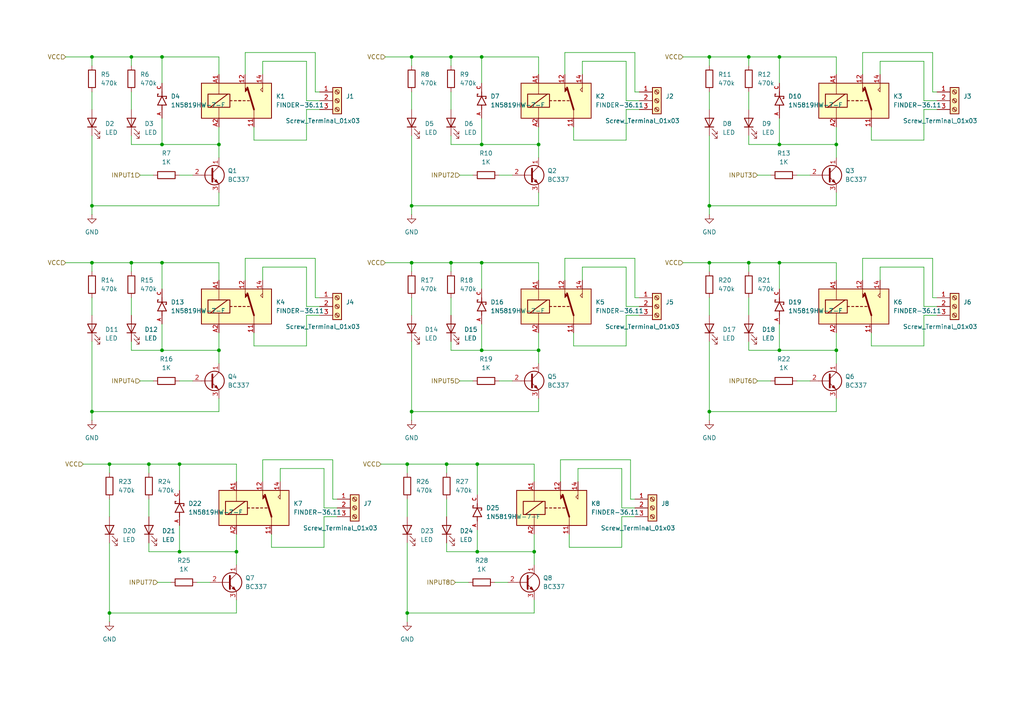
<source format=kicad_sch>
(kicad_sch (version 20250114) (generator "eeschema") (generator_version "9.0")
  (paper "A4")
  (title_block (title "HOME AUTOMATION (RELAY CIRCUIT)") (date "2025-06-06") (rev "1") (company "Designed by Vishal"))
  (junction (at 242.57 101.6))
  (junction (at 138.43 160.02))
  (junction (at 205.74 16.51))
  (junction (at 226.06 16.51))
  (junction (at 38.1 76.2))
  (junction (at 118.11 134.62))
  (junction (at 129.54 134.62))
  (junction (at 119.38 119.38))
  (junction (at 43.18 134.62))
  (junction (at 119.38 59.69))
  (junction (at 46.99 41.91))
  (junction (at 139.7 76.2))
  (junction (at 26.67 119.38))
  (junction (at 52.07 160.02))
  (junction (at 156.21 41.91))
  (junction (at 118.11 177.8))
  (junction (at 68.58 160.02))
  (junction (at 205.74 59.69))
  (junction (at 138.43 134.62))
  (junction (at 226.06 101.6))
  (junction (at 63.5 41.91))
  (junction (at 31.75 177.8))
  (junction (at 38.1 16.51))
  (junction (at 130.81 76.2))
  (junction (at 226.06 41.91))
  (junction (at 63.5 101.6))
  (junction (at 154.94 160.02))
  (junction (at 119.38 76.2))
  (junction (at 139.7 41.91))
  (junction (at 46.99 101.6))
  (junction (at 46.99 76.2))
  (junction (at 119.38 16.51))
  (junction (at 217.17 16.51))
  (junction (at 26.67 59.69))
  (junction (at 205.74 76.2))
  (junction (at 156.21 101.6))
  (junction (at 26.67 16.51))
  (junction (at 217.17 76.2))
  (junction (at 139.7 16.51))
  (junction (at 139.7 101.6))
  (junction (at 130.81 16.51))
  (junction (at 205.74 119.38))
  (junction (at 46.99 16.51))
  (junction (at 242.57 41.91))
  (junction (at 26.67 76.2))
  (junction (at 31.75 134.62))
  (junction (at 226.06 76.2))
  (junction (at 52.07 134.62))
  (wire (pts (xy 217.17 16.51) (xy 205.74 16.51)))
  (wire (pts (xy 267.97 29.21) (xy 271.78 29.21)))
  (wire (pts (xy 139.7 76.2) (xy 156.21 76.2)))
  (wire (pts (xy 156.21 59.69) (xy 119.38 59.69)))
  (wire (pts (xy 181.61 100.33) (xy 181.61 91.44)))
  (wire (pts (xy 38.1 76.2) (xy 38.1 78.74)))
  (wire (pts (xy 217.17 76.2) (xy 205.74 76.2)))
  (wire (pts (xy 31.75 177.8) (xy 31.75 180.34)))
  (wire (pts (xy 138.43 134.62) (xy 138.43 143.51)))
  (wire (pts (xy 139.7 101.6) (xy 156.21 101.6)))
  (wire (pts (xy 252.73 96.52) (xy 252.73 100.33)))
  (wire (pts (xy 139.7 34.29) (xy 139.7 41.91)))
  (wire (pts (xy 270.51 74.93) (xy 270.51 86.36)))
  (wire (pts (xy 130.81 16.51) (xy 119.38 16.51)))
  (wire (pts (xy 26.67 16.51) (xy 26.67 19.05)))
  (wire (pts (xy 182.88 144.78) (xy 184.15 144.78)))
  (wire (pts (xy 132.08 168.91) (xy 135.89 168.91)))
  (wire (pts (xy 133.35 110.49) (xy 137.16 110.49)))
  (wire (pts (xy 76.2 81.28) (xy 76.2 77.47)))
  (wire (pts (xy 31.75 144.78) (xy 31.75 149.86)))
  (wire (pts (xy 205.74 26.67) (xy 205.74 31.75)))
  (wire (pts (xy 144.78 50.8) (xy 148.59 50.8)))
  (wire (pts (xy 76.2 21.59) (xy 76.2 17.78)))
  (wire (pts (xy 38.1 101.6) (xy 46.99 101.6)))
  (wire (pts (xy 31.75 134.62) (xy 31.75 137.16)))
  (wire (pts (xy 26.67 76.2) (xy 26.67 78.74)))
  (wire (pts (xy 219.71 50.8) (xy 223.52 50.8)))
  (wire (pts (xy 181.61 29.21) (xy 185.42 29.21)))
  (wire (pts (xy 205.74 59.69) (xy 205.74 62.23)))
  (wire (pts (xy 242.57 81.28) (xy 242.57 76.2)))
  (wire (pts (xy 68.58 173.99) (xy 68.58 177.8)))
  (wire (pts (xy 38.1 16.51) (xy 26.67 16.51)))
  (wire (pts (xy 168.91 77.47) (xy 181.61 77.47)))
  (wire (pts (xy 130.81 41.91) (xy 139.7 41.91)))
  (wire (pts (xy 181.61 17.78) (xy 181.61 29.21)))
  (wire (pts (xy 93.98 158.75) (xy 93.98 149.86)))
  (wire (pts (xy 242.57 55.88) (xy 242.57 59.69)))
  (wire (pts (xy 205.74 16.51) (xy 205.74 19.05)))
  (wire (pts (xy 242.57 96.52) (xy 242.57 101.6)))
  (wire (pts (xy 130.81 101.6) (xy 139.7 101.6)))
  (wire (pts (xy 88.9 77.47) (xy 88.9 88.9)))
  (wire (pts (xy 119.38 86.36) (xy 119.38 91.44)))
  (wire (pts (xy 163.83 15.24) (xy 184.15 15.24)))
  (wire (pts (xy 255.27 17.78) (xy 267.97 17.78)))
  (wire (pts (xy 63.5 21.59) (xy 63.5 16.51)))
  (wire (pts (xy 226.06 16.51) (xy 242.57 16.51)))
  (wire (pts (xy 111.76 16.51) (xy 119.38 16.51)))
  (wire (pts (xy 205.74 86.36) (xy 205.74 91.44)))
  (wire (pts (xy 242.57 41.91) (xy 242.57 45.72)))
  (wire (pts (xy 226.06 93.98) (xy 226.06 101.6)))
  (wire (pts (xy 166.37 40.64) (xy 181.61 40.64)))
  (wire (pts (xy 130.81 76.2) (xy 139.7 76.2)))
  (wire (pts (xy 43.18 157.48) (xy 43.18 160.02)))
  (wire (pts (xy 226.06 76.2) (xy 242.57 76.2)))
  (wire (pts (xy 180.34 149.86) (xy 184.15 149.86)))
  (wire (pts (xy 63.5 101.6) (xy 63.5 105.41)))
  (wire (pts (xy 45.72 168.91) (xy 49.53 168.91)))
  (wire (pts (xy 168.91 81.28) (xy 168.91 77.47)))
  (wire (pts (xy 43.18 134.62) (xy 52.07 134.62)))
  (wire (pts (xy 43.18 134.62) (xy 31.75 134.62)))
  (wire (pts (xy 270.51 26.67) (xy 271.78 26.67)))
  (wire (pts (xy 267.97 100.33) (xy 267.97 91.44)))
  (wire (pts (xy 38.1 76.2) (xy 26.67 76.2)))
  (wire (pts (xy 162.56 139.7) (xy 162.56 133.35)))
  (wire (pts (xy 180.34 147.32) (xy 184.15 147.32)))
  (wire (pts (xy 43.18 160.02) (xy 52.07 160.02)))
  (wire (pts (xy 119.38 119.38) (xy 119.38 99.06)))
  (wire (pts (xy 26.67 119.38) (xy 26.67 121.92)))
  (wire (pts (xy 129.54 160.02) (xy 138.43 160.02)))
  (wire (pts (xy 242.57 36.83) (xy 242.57 41.91)))
  (wire (pts (xy 138.43 134.62) (xy 154.94 134.62)))
  (wire (pts (xy 73.66 96.52) (xy 73.66 100.33)))
  (wire (pts (xy 217.17 76.2) (xy 226.06 76.2)))
  (wire (pts (xy 71.12 21.59) (xy 71.12 15.24)))
  (wire (pts (xy 162.56 133.35) (xy 182.88 133.35)))
  (wire (pts (xy 217.17 39.37) (xy 217.17 41.91)))
  (wire (pts (xy 26.67 86.36) (xy 26.67 91.44)))
  (wire (pts (xy 217.17 86.36) (xy 217.17 91.44)))
  (wire (pts (xy 88.9 17.78) (xy 88.9 29.21)))
  (wire (pts (xy 156.21 101.6) (xy 156.21 105.41)))
  (wire (pts (xy 226.06 101.6) (xy 242.57 101.6)))
  (wire (pts (xy 38.1 41.91) (xy 46.99 41.91)))
  (wire (pts (xy 184.15 26.67) (xy 185.42 26.67)))
  (wire (pts (xy 181.61 88.9) (xy 185.42 88.9)))
  (wire (pts (xy 118.11 177.8) (xy 118.11 157.48)))
  (wire (pts (xy 267.97 17.78) (xy 267.97 29.21)))
  (wire (pts (xy 156.21 81.28) (xy 156.21 76.2)))
  (wire (pts (xy 165.1 158.75) (xy 180.34 158.75)))
  (wire (pts (xy 156.21 21.59) (xy 156.21 16.51)))
  (wire (pts (xy 118.11 177.8) (xy 118.11 180.34)))
  (wire (pts (xy 119.38 16.51) (xy 119.38 19.05)))
  (wire (pts (xy 26.67 59.69) (xy 26.67 62.23)))
  (wire (pts (xy 217.17 99.06) (xy 217.17 101.6)))
  (wire (pts (xy 52.07 152.4) (xy 52.07 160.02)))
  (wire (pts (xy 139.7 16.51) (xy 156.21 16.51)))
  (wire (pts (xy 26.67 59.69) (xy 26.67 39.37)))
  (wire (pts (xy 91.44 15.24) (xy 91.44 26.67)))
  (wire (pts (xy 129.54 157.48) (xy 129.54 160.02)))
  (wire (pts (xy 118.11 144.78) (xy 118.11 149.86)))
  (wire (pts (xy 156.21 36.83) (xy 156.21 41.91)))
  (wire (pts (xy 267.97 40.64) (xy 267.97 31.75)))
  (wire (pts (xy 78.74 154.94) (xy 78.74 158.75)))
  (wire (pts (xy 40.64 50.8) (xy 44.45 50.8)))
  (wire (pts (xy 156.21 55.88) (xy 156.21 59.69)))
  (wire (pts (xy 63.5 36.83) (xy 63.5 41.91)))
  (wire (pts (xy 38.1 16.51) (xy 38.1 19.05)))
  (wire (pts (xy 163.83 81.28) (xy 163.83 74.93)))
  (wire (pts (xy 68.58 160.02) (xy 68.58 163.83)))
  (wire (pts (xy 91.44 26.67) (xy 92.71 26.67)))
  (wire (pts (xy 156.21 96.52) (xy 156.21 101.6)))
  (wire (pts (xy 73.66 36.83) (xy 73.66 40.64)))
  (wire (pts (xy 119.38 76.2) (xy 119.38 78.74)))
  (wire (pts (xy 267.97 77.47) (xy 267.97 88.9)))
  (wire (pts (xy 26.67 26.67) (xy 26.67 31.75)))
  (wire (pts (xy 270.51 15.24) (xy 270.51 26.67)))
  (wire (pts (xy 88.9 88.9) (xy 92.71 88.9)))
  (wire (pts (xy 166.37 96.52) (xy 166.37 100.33)))
  (wire (pts (xy 78.74 158.75) (xy 93.98 158.75)))
  (wire (pts (xy 226.06 34.29) (xy 226.06 41.91)))
  (wire (pts (xy 184.15 15.24) (xy 184.15 26.67)))
  (wire (pts (xy 19.05 76.2) (xy 26.67 76.2)))
  (wire (pts (xy 68.58 139.7) (xy 68.58 134.62)))
  (wire (pts (xy 130.81 16.51) (xy 130.81 19.05)))
  (wire (pts (xy 130.81 76.2) (xy 130.81 78.74)))
  (wire (pts (xy 71.12 74.93) (xy 91.44 74.93)))
  (wire (pts (xy 139.7 41.91) (xy 156.21 41.91)))
  (wire (pts (xy 252.73 100.33) (xy 267.97 100.33)))
  (wire (pts (xy 130.81 99.06) (xy 130.81 101.6)))
  (wire (pts (xy 71.12 15.24) (xy 91.44 15.24)))
  (wire (pts (xy 156.21 119.38) (xy 119.38 119.38)))
  (wire (pts (xy 182.88 133.35) (xy 182.88 144.78)))
  (wire (pts (xy 242.57 21.59) (xy 242.57 16.51)))
  (wire (pts (xy 76.2 77.47) (xy 88.9 77.47)))
  (wire (pts (xy 154.94 160.02) (xy 154.94 163.83)))
  (wire (pts (xy 96.52 133.35) (xy 96.52 144.78)))
  (wire (pts (xy 163.83 74.93) (xy 184.15 74.93)))
  (wire (pts (xy 139.7 16.51) (xy 139.7 24.13)))
  (wire (pts (xy 38.1 86.36) (xy 38.1 91.44)))
  (wire (pts (xy 205.74 119.38) (xy 205.74 121.92)))
  (wire (pts (xy 181.61 77.47) (xy 181.61 88.9)))
  (wire (pts (xy 52.07 50.8) (xy 55.88 50.8)))
  (wire (pts (xy 31.75 177.8) (xy 31.75 157.48)))
  (wire (pts (xy 242.57 101.6) (xy 242.57 105.41)))
  (wire (pts (xy 217.17 16.51) (xy 226.06 16.51)))
  (wire (pts (xy 119.38 59.69) (xy 119.38 39.37)))
  (wire (pts (xy 38.1 76.2) (xy 46.99 76.2)))
  (wire (pts (xy 68.58 154.94) (xy 68.58 160.02)))
  (wire (pts (xy 88.9 29.21) (xy 92.71 29.21)))
  (wire (pts (xy 81.28 139.7) (xy 81.28 135.89)))
  (wire (pts (xy 88.9 100.33) (xy 88.9 91.44)))
  (wire (pts (xy 242.57 59.69) (xy 205.74 59.69)))
  (wire (pts (xy 168.91 21.59) (xy 168.91 17.78)))
  (wire (pts (xy 205.74 119.38) (xy 205.74 99.06)))
  (wire (pts (xy 250.19 15.24) (xy 270.51 15.24)))
  (wire (pts (xy 154.94 177.8) (xy 118.11 177.8)))
  (wire (pts (xy 130.81 26.67) (xy 130.81 31.75)))
  (wire (pts (xy 133.35 50.8) (xy 137.16 50.8)))
  (wire (pts (xy 88.9 40.64) (xy 88.9 31.75)))
  (wire (pts (xy 129.54 134.62) (xy 129.54 137.16)))
  (wire (pts (xy 217.17 101.6) (xy 226.06 101.6)))
  (wire (pts (xy 118.11 134.62) (xy 118.11 137.16)))
  (wire (pts (xy 217.17 76.2) (xy 217.17 78.74)))
  (wire (pts (xy 156.21 41.91) (xy 156.21 45.72)))
  (wire (pts (xy 231.14 110.49) (xy 234.95 110.49)))
  (wire (pts (xy 63.5 59.69) (xy 26.67 59.69)))
  (wire (pts (xy 166.37 100.33) (xy 181.61 100.33)))
  (wire (pts (xy 129.54 134.62) (xy 118.11 134.62)))
  (wire (pts (xy 252.73 40.64) (xy 267.97 40.64)))
  (wire (pts (xy 63.5 81.28) (xy 63.5 76.2)))
  (wire (pts (xy 119.38 26.67) (xy 119.38 31.75)))
  (wire (pts (xy 52.07 134.62) (xy 52.07 142.24)))
  (wire (pts (xy 267.97 31.75) (xy 271.78 31.75)))
  (wire (pts (xy 52.07 110.49) (xy 55.88 110.49)))
  (wire (pts (xy 156.21 115.57) (xy 156.21 119.38)))
  (wire (pts (xy 46.99 41.91) (xy 63.5 41.91)))
  (wire (pts (xy 38.1 26.67) (xy 38.1 31.75)))
  (wire (pts (xy 217.17 26.67) (xy 217.17 31.75)))
  (wire (pts (xy 255.27 77.47) (xy 267.97 77.47)))
  (wire (pts (xy 181.61 40.64) (xy 181.61 31.75)))
  (wire (pts (xy 24.13 134.62) (xy 31.75 134.62)))
  (wire (pts (xy 267.97 91.44) (xy 271.78 91.44)))
  (wire (pts (xy 242.57 119.38) (xy 205.74 119.38)))
  (wire (pts (xy 167.64 139.7) (xy 167.64 135.89)))
  (wire (pts (xy 68.58 177.8) (xy 31.75 177.8)))
  (wire (pts (xy 166.37 36.83) (xy 166.37 40.64)))
  (wire (pts (xy 226.06 16.51) (xy 226.06 24.13)))
  (wire (pts (xy 138.43 160.02) (xy 154.94 160.02)))
  (wire (pts (xy 46.99 16.51) (xy 46.99 24.13)))
  (wire (pts (xy 63.5 96.52) (xy 63.5 101.6)))
  (wire (pts (xy 154.94 154.94) (xy 154.94 160.02)))
  (wire (pts (xy 205.74 59.69) (xy 205.74 39.37)))
  (wire (pts (xy 52.07 134.62) (xy 68.58 134.62)))
  (wire (pts (xy 250.19 21.59) (xy 250.19 15.24)))
  (wire (pts (xy 40.64 110.49) (xy 44.45 110.49)))
  (wire (pts (xy 139.7 76.2) (xy 139.7 83.82)))
  (wire (pts (xy 38.1 39.37) (xy 38.1 41.91)))
  (wire (pts (xy 93.98 147.32) (xy 97.79 147.32)))
  (wire (pts (xy 46.99 76.2) (xy 46.99 83.82)))
  (wire (pts (xy 252.73 36.83) (xy 252.73 40.64)))
  (wire (pts (xy 130.81 16.51) (xy 139.7 16.51)))
  (wire (pts (xy 46.99 101.6) (xy 63.5 101.6)))
  (wire (pts (xy 63.5 119.38) (xy 26.67 119.38)))
  (wire (pts (xy 119.38 119.38) (xy 119.38 121.92)))
  (wire (pts (xy 26.67 119.38) (xy 26.67 99.06)))
  (wire (pts (xy 217.17 16.51) (xy 217.17 19.05)))
  (wire (pts (xy 63.5 115.57) (xy 63.5 119.38)))
  (wire (pts (xy 250.19 74.93) (xy 270.51 74.93)))
  (wire (pts (xy 226.06 41.91) (xy 242.57 41.91)))
  (wire (pts (xy 76.2 133.35) (xy 96.52 133.35)))
  (wire (pts (xy 231.14 50.8) (xy 234.95 50.8)))
  (wire (pts (xy 138.43 153.67) (xy 138.43 160.02)))
  (wire (pts (xy 73.66 100.33) (xy 88.9 100.33)))
  (wire (pts (xy 180.34 158.75) (xy 180.34 149.86)))
  (wire (pts (xy 43.18 134.62) (xy 43.18 137.16)))
  (wire (pts (xy 255.27 81.28) (xy 255.27 77.47)))
  (wire (pts (xy 181.61 31.75) (xy 185.42 31.75)))
  (wire (pts (xy 91.44 86.36) (xy 92.71 86.36)))
  (wire (pts (xy 129.54 134.62) (xy 138.43 134.62)))
  (wire (pts (xy 96.52 144.78) (xy 97.79 144.78)))
  (wire (pts (xy 111.76 76.2) (xy 119.38 76.2)))
  (wire (pts (xy 167.64 135.89) (xy 180.34 135.89)))
  (wire (pts (xy 255.27 21.59) (xy 255.27 17.78)))
  (wire (pts (xy 76.2 17.78) (xy 88.9 17.78)))
  (wire (pts (xy 205.74 76.2) (xy 205.74 78.74)))
  (wire (pts (xy 242.57 115.57) (xy 242.57 119.38)))
  (wire (pts (xy 219.71 110.49) (xy 223.52 110.49)))
  (wire (pts (xy 52.07 160.02) (xy 68.58 160.02)))
  (wire (pts (xy 46.99 93.98) (xy 46.99 101.6)))
  (wire (pts (xy 93.98 149.86) (xy 97.79 149.86)))
  (wire (pts (xy 93.98 135.89) (xy 93.98 147.32)))
  (wire (pts (xy 38.1 99.06) (xy 38.1 101.6)))
  (wire (pts (xy 184.15 86.36) (xy 185.42 86.36)))
  (wire (pts (xy 184.15 74.93) (xy 184.15 86.36)))
  (wire (pts (xy 168.91 17.78) (xy 181.61 17.78)))
  (wire (pts (xy 63.5 41.91) (xy 63.5 45.72)))
  (wire (pts (xy 165.1 154.94) (xy 165.1 158.75)))
  (wire (pts (xy 198.12 76.2) (xy 205.74 76.2)))
  (wire (pts (xy 129.54 144.78) (xy 129.54 149.86)))
  (wire (pts (xy 226.06 76.2) (xy 226.06 83.82)))
  (wire (pts (xy 110.49 134.62) (xy 118.11 134.62)))
  (wire (pts (xy 198.12 16.51) (xy 205.74 16.51)))
  (wire (pts (xy 119.38 59.69) (xy 119.38 62.23)))
  (wire (pts (xy 46.99 76.2) (xy 63.5 76.2)))
  (wire (pts (xy 81.28 135.89) (xy 93.98 135.89)))
  (wire (pts (xy 154.94 173.99) (xy 154.94 177.8)))
  (wire (pts (xy 143.51 168.91) (xy 147.32 168.91)))
  (wire (pts (xy 154.94 139.7) (xy 154.94 134.62)))
  (wire (pts (xy 144.78 110.49) (xy 148.59 110.49)))
  (wire (pts (xy 76.2 139.7) (xy 76.2 133.35)))
  (wire (pts (xy 88.9 91.44) (xy 92.71 91.44)))
  (wire (pts (xy 38.1 16.51) (xy 46.99 16.51)))
  (wire (pts (xy 163.83 21.59) (xy 163.83 15.24)))
  (wire (pts (xy 217.17 41.91) (xy 226.06 41.91)))
  (wire (pts (xy 46.99 34.29) (xy 46.99 41.91)))
  (wire (pts (xy 139.7 93.98) (xy 139.7 101.6)))
  (wire (pts (xy 57.15 168.91) (xy 60.96 168.91)))
  (wire (pts (xy 91.44 74.93) (xy 91.44 86.36)))
  (wire (pts (xy 63.5 55.88) (xy 63.5 59.69)))
  (wire (pts (xy 130.81 86.36) (xy 130.81 91.44)))
  (wire (pts (xy 43.18 144.78) (xy 43.18 149.86)))
  (wire (pts (xy 250.19 81.28) (xy 250.19 74.93)))
  (wire (pts (xy 270.51 86.36) (xy 271.78 86.36)))
  (wire (pts (xy 180.34 135.89) (xy 180.34 147.32)))
  (wire (pts (xy 71.12 81.28) (xy 71.12 74.93)))
  (wire (pts (xy 88.9 31.75) (xy 92.71 31.75)))
  (wire (pts (xy 267.97 88.9) (xy 271.78 88.9)))
  (wire (pts (xy 130.81 76.2) (xy 119.38 76.2)))
  (wire (pts (xy 19.05 16.51) (xy 26.67 16.51)))
  (wire (pts (xy 130.81 39.37) (xy 130.81 41.91)))
  (wire (pts (xy 46.99 16.51) (xy 63.5 16.51)))
  (wire (pts (xy 181.61 91.44) (xy 185.42 91.44)))
  (wire (pts (xy 73.66 40.64) (xy 88.9 40.64)))
  (hierarchical_label "VCC" (shape input) (at 19.05 76.2 180))
  (hierarchical_label "VCC" (shape input) (at 24.13 134.62 180))
  (hierarchical_label "INPUT7" (shape input) (at 45.72 168.91 180))
  (hierarchical_label "VCC" (shape input) (at 111.76 76.2 180))
  (hierarchical_label "VCC" (shape input) (at 110.49 134.62 180))
  (hierarchical_label "INPUT5" (shape input) (at 133.35 110.49 180))
  (hierarchical_label "INPUT4" (shape input) (at 40.64 110.49 180))
  (hierarchical_label "VCC" (shape input) (at 19.05 16.51 180))
  (hierarchical_label "VCC" (shape input) (at 198.12 16.51 180))
  (hierarchical_label "VCC" (shape input) (at 198.12 76.2 180))
  (hierarchical_label "INPUT2" (shape input) (at 133.35 50.8 180))
  (hierarchical_label "INPUT6" (shape input) (at 219.71 110.49 180))
  (hierarchical_label "INPUT1" (shape input) (at 40.64 50.8 180))
  (hierarchical_label "INPUT3" (shape input) (at 219.71 50.8 180))
  (hierarchical_label "INPUT8" (shape input) (at 132.08 168.91 180))
  (hierarchical_label "VCC" (shape input) (at 111.76 16.51 180))
  (symbol (lib_id "1N5819HW-7-F:1N5819HW-7-F") (at 138.43 148.59 90) (unit 1)
    (property "Reference" "D25" (at 140.97 147.3199 90) (effects (justify right)))
    (property "Value" "1N5819HW-7-F" (at 140.97 149.8599 90) (effects (justify right)))
    (property "Footprint" "1N5819HW-7-F:SOD3715X145N" (effects (hide yes)))
    (property "MF" "Diodes Inc." (effects (hide yes)))
    (property "Description_1" "Diode Schottky 1A 40V SOD123 | Diodes Inc 1N5819HW-7-F" (effects (hide yes)))
    (property "Package" "SOD-123 Fairchild Semiconductor" (effects (hide yes)))
    (property "Price" "None" (effects (hide yes)))
    (property "Check_prices" "https://www.snapeda.com/parts/1N5819HW-7-F/Diodes+Inc./view-part/?ref=eda" (effects (hide yes)))
    (property "STANDARD" "IPC-7351B" (effects (hide yes)))
    (property "PARTREV" "18-2" (effects (hide yes)))
    (property "SnapEDA_Link" "https://www.snapeda.com/parts/1N5819HW-7-F/Diodes+Inc./view-part/?ref=snap" (effects (hide yes)))
    (property "MP" "1N5819HW-7-F" (effects (hide yes)))
    (property "Availability" "In Stock" (effects (hide yes)))
    (property "MANUFACTURER" "Diodes Inc." (effects (hide yes)))
  )
  (symbol (lib_id "Transistor_BJT:BC337") (at 153.67 50.8 0) (unit 1)
    (property "Reference" "Q2" (at 158.75 49.5299 0) (effects (justify left)))
    (property "Value" "BC337" (at 158.75 52.0699 0) (effects (justify left)))
    (property "Footprint" "Package_TO_SOT_SMD:SOT-23-3" (effects (hide yes)))
    (property "Datasheet" "https://diotec.com/tl_files/diotec/files/pdf/datasheets/bc337.pdf" (effects (hide yes)))
    (property "Description" "0.8A Ic, 45V Vce, NPN Transistor, TO-92" (effects (hide yes)))
  )
  (symbol (lib_id "Connector:Screw_Terminal_01x03") (at 276.86 29.21 0) (unit 1)
    (property "Reference" "J3" (at 279.4 27.9399 0) (effects (justify left)))
    (property "Value" "Screw_Terminal_01x03" (at 261.874 35.052 0) (effects (justify left)))
    (property "Footprint" "screw-TB004-508-03BE:CUI_TB004-508-03BE" (effects (hide yes)))
    (property "Description" "Generic screw terminal, single row, 01x03, script generated (kicad-library-utils/schlib/autogen/connector/)" (effects (hide yes)))
  )
  (symbol (lib_id "Connector:Screw_Terminal_01x03") (at 190.5 29.21 0) (unit 1)
    (property "Reference" "J2" (at 193.04 27.9399 0) (effects (justify left)))
    (property "Value" "Screw_Terminal_01x03" (at 175.514 35.052 0) (effects (justify left)))
    (property "Footprint" "screw-TB004-508-03BE:CUI_TB004-508-03BE" (effects (hide yes)))
    (property "Description" "Generic screw terminal, single row, 01x03, script generated (kicad-library-utils/schlib/autogen/connector/)" (effects (hide yes)))
  )
  (symbol (lib_id "power:GND") (at 119.38 62.23 0) (unit 1)
    (property "Reference" "#PWR012" (effects (hide yes)))
    (property "Value" "GND" (at 119.38 67.31 0))
    (property "Description" "Power symbol creates a global label with name \"GND\" , ground" (effects (hide yes)))
  )
  (symbol (lib_id "Device:R") (at 227.33 110.49 90) (unit 1)
    (property "Reference" "R22" (at 227.33 104.14 90))
    (property "Value" "1K" (at 227.33 106.68 90))
    (property "Footprint" "Resistor_SMD:R_0805_2012Metric_Pad1.20x1.40mm_HandSolder" (effects (hide yes)))
    (property "Description" "Resistor" (effects (hide yes)))
  )
  (symbol (lib_id "power:GND") (at 205.74 62.23 0) (unit 1)
    (property "Reference" "#PWR013" (effects (hide yes)))
    (property "Value" "GND" (at 205.74 67.31 0))
    (property "Description" "Power symbol creates a global label with name \"GND\" , ground" (effects (hide yes)))
  )
  (symbol (lib_id "1N5819HW-7-F:1N5819HW-7-F") (at 139.7 88.9 90) (unit 1)
    (property "Reference" "D16" (at 142.24 87.6299 90) (effects (justify right)))
    (property "Value" "1N5819HW-7-F" (at 142.24 90.1699 90) (effects (justify right)))
    (property "Footprint" "1N5819HW-7-F:SOD3715X145N" (effects (hide yes)))
    (property "MF" "Diodes Inc." (effects (hide yes)))
    (property "Description_1" "Diode Schottky 1A 40V SOD123 | Diodes Inc 1N5819HW-7-F" (effects (hide yes)))
    (property "Package" "SOD-123 Fairchild Semiconductor" (effects (hide yes)))
    (property "Price" "None" (effects (hide yes)))
    (property "Check_prices" "https://www.snapeda.com/parts/1N5819HW-7-F/Diodes+Inc./view-part/?ref=eda" (effects (hide yes)))
    (property "STANDARD" "IPC-7351B" (effects (hide yes)))
    (property "PARTREV" "18-2" (effects (hide yes)))
    (property "SnapEDA_Link" "https://www.snapeda.com/parts/1N5819HW-7-F/Diodes+Inc./view-part/?ref=snap" (effects (hide yes)))
    (property "MP" "1N5819HW-7-F" (effects (hide yes)))
    (property "Availability" "In Stock" (effects (hide yes)))
    (property "MANUFACTURER" "Diodes Inc." (effects (hide yes)))
  )
  (symbol (lib_id "Transistor_BJT:BC337") (at 152.4 168.91 0) (unit 1)
    (property "Reference" "Q8" (at 157.48 167.6399 0) (effects (justify left)))
    (property "Value" "BC337" (at 157.48 170.1799 0) (effects (justify left)))
    (property "Footprint" "Package_TO_SOT_SMD:SOT-23-3" (effects (hide yes)))
    (property "Datasheet" "https://diotec.com/tl_files/diotec/files/pdf/datasheets/bc337.pdf" (effects (hide yes)))
    (property "Description" "0.8A Ic, 45V Vce, NPN Transistor, TO-92" (effects (hide yes)))
  )
  (symbol (lib_id "Connector:Screw_Terminal_01x03") (at 102.87 147.32 0) (unit 1)
    (property "Reference" "J7" (at 105.41 146.0499 0) (effects (justify left)))
    (property "Value" "Screw_Terminal_01x03" (at 87.884 153.162 0) (effects (justify left)))
    (property "Footprint" "screw-TB004-508-03BE:CUI_TB004-508-03BE" (effects (hide yes)))
    (property "Description" "Generic screw terminal, single row, 01x03, script generated (kicad-library-utils/schlib/autogen/connector/)" (effects (hide yes)))
  )
  (symbol (lib_id "Relay:FINDER-36.11") (at 68.58 88.9 0) (unit 1)
    (property "Reference" "K4" (at 80.01 87.6299 0) (effects (justify left)))
    (property "Value" "FINDER-36.11" (at 80.01 90.1699 0) (effects (justify left)))
    (property "Footprint" "Relay_THT:Relay_SPDT_Finder_36.11" (effects (hide yes)))
    (property "Datasheet" "https://gfinder.findernet.com/public/attachments/36/EN/S36EN.pdf" (effects (hide yes)))
    (property "Description" "FINDER 36.11, SPDT relay, 10A" (effects (hide yes)))
  )
  (symbol (lib_id "Transistor_BJT:BC337") (at 153.67 110.49 0) (unit 1)
    (property "Reference" "Q5" (at 158.75 109.2199 0) (effects (justify left)))
    (property "Value" "BC337" (at 158.75 111.7599 0) (effects (justify left)))
    (property "Footprint" "Package_TO_SOT_SMD:SOT-23-3" (effects (hide yes)))
    (property "Datasheet" "https://diotec.com/tl_files/diotec/files/pdf/datasheets/bc337.pdf" (effects (hide yes)))
    (property "Description" "0.8A Ic, 45V Vce, NPN Transistor, TO-92" (effects (hide yes)))
  )
  (symbol (lib_id "Transistor_BJT:BC337") (at 60.96 110.49 0) (unit 1)
    (property "Reference" "Q4" (at 66.04 109.2199 0) (effects (justify left)))
    (property "Value" "BC337" (at 66.04 111.7599 0) (effects (justify left)))
    (property "Footprint" "Package_TO_SOT_SMD:SOT-23-3" (effects (hide yes)))
    (property "Datasheet" "https://diotec.com/tl_files/diotec/files/pdf/datasheets/bc337.pdf" (effects (hide yes)))
    (property "Description" "0.8A Ic, 45V Vce, NPN Transistor, TO-92" (effects (hide yes)))
  )
  (symbol (lib_id "Relay:FINDER-36.11") (at 73.66 147.32 0) (unit 1)
    (property "Reference" "K7" (at 85.09 146.0499 0) (effects (justify left)))
    (property "Value" "FINDER-36.11" (at 85.09 148.5899 0) (effects (justify left)))
    (property "Footprint" "Relay_THT:Relay_SPDT_Finder_36.11" (effects (hide yes)))
    (property "Datasheet" "https://gfinder.findernet.com/public/attachments/36/EN/S36EN.pdf" (effects (hide yes)))
    (property "Description" "FINDER 36.11, SPDT relay, 10A" (effects (hide yes)))
  )
  (symbol (lib_id "Device:LED") (at 130.81 35.56 90) (unit 1)
    (property "Reference" "D6" (at 134.62 35.8774 90) (effects (justify right)))
    (property "Value" "LED" (at 134.62 38.4174 90) (effects (justify right)))
    (property "Footprint" "LED_SMD:LED_1812_4532Metric_Pad1.30x3.40mm_HandSolder" (effects (hide yes)))
    (property "Description" "Light emitting diode" (effects (hide yes)))
    (property "Sim.Pins" "1=K 2=A" (effects (hide yes)))
  )
  (symbol (lib_id "Device:LED") (at 217.17 35.56 90) (unit 1)
    (property "Reference" "D9" (at 220.98 35.8774 90) (effects (justify right)))
    (property "Value" "LED" (at 220.98 38.4174 90) (effects (justify right)))
    (property "Footprint" "LED_SMD:LED_1812_4532Metric_Pad1.30x3.40mm_HandSolder" (effects (hide yes)))
    (property "Description" "Light emitting diode" (effects (hide yes)))
    (property "Sim.Pins" "1=K 2=A" (effects (hide yes)))
  )
  (symbol (lib_id "Transistor_BJT:BC337") (at 60.96 50.8 0) (unit 1)
    (property "Reference" "Q1" (at 66.04 49.5299 0) (effects (justify left)))
    (property "Value" "BC337" (at 66.04 52.0699 0) (effects (justify left)))
    (property "Footprint" "Package_TO_SOT_SMD:SOT-23-3" (effects (hide yes)))
    (property "Datasheet" "https://diotec.com/tl_files/diotec/files/pdf/datasheets/bc337.pdf" (effects (hide yes)))
    (property "Description" "0.8A Ic, 45V Vce, NPN Transistor, TO-92" (effects (hide yes)))
  )
  (symbol (lib_id "1N5819HW-7-F:1N5819HW-7-F") (at 139.7 29.21 90) (unit 1)
    (property "Reference" "D7" (at 142.24 27.9399 90) (effects (justify right)))
    (property "Value" "1N5819HW-7-F" (at 142.24 30.4799 90) (effects (justify right)))
    (property "Footprint" "1N5819HW-7-F:SOD3715X145N" (effects (hide yes)))
    (property "MF" "Diodes Inc." (effects (hide yes)))
    (property "Description_1" "Diode Schottky 1A 40V SOD123 | Diodes Inc 1N5819HW-7-F" (effects (hide yes)))
    (property "Package" "SOD-123 Fairchild Semiconductor" (effects (hide yes)))
    (property "Price" "None" (effects (hide yes)))
    (property "Check_prices" "https://www.snapeda.com/parts/1N5819HW-7-F/Diodes+Inc./view-part/?ref=eda" (effects (hide yes)))
    (property "STANDARD" "IPC-7351B" (effects (hide yes)))
    (property "PARTREV" "18-2" (effects (hide yes)))
    (property "SnapEDA_Link" "https://www.snapeda.com/parts/1N5819HW-7-F/Diodes+Inc./view-part/?ref=snap" (effects (hide yes)))
    (property "MP" "1N5819HW-7-F" (effects (hide yes)))
    (property "Availability" "In Stock" (effects (hide yes)))
    (property "MANUFACTURER" "Diodes Inc." (effects (hide yes)))
  )
  (symbol (lib_id "Connector:Screw_Terminal_01x03") (at 189.23 147.32 0) (unit 1)
    (property "Reference" "J8" (at 191.77 146.0499 0) (effects (justify left)))
    (property "Value" "Screw_Terminal_01x03" (at 174.244 153.162 0) (effects (justify left)))
    (property "Footprint" "screw-TB004-508-03BE:CUI_TB004-508-03BE" (effects (hide yes)))
    (property "Description" "Generic screw terminal, single row, 01x03, script generated (kicad-library-utils/schlib/autogen/connector/)" (effects (hide yes)))
  )
  (symbol (lib_id "Device:R") (at 140.97 110.49 90) (unit 1)
    (property "Reference" "R19" (at 140.97 104.14 90))
    (property "Value" "1K" (at 140.97 106.68 90))
    (property "Footprint" "Resistor_SMD:R_0805_2012Metric_Pad1.20x1.40mm_HandSolder" (effects (hide yes)))
    (property "Description" "Resistor" (effects (hide yes)))
  )
  (symbol (lib_id "Device:LED") (at 31.75 153.67 90) (unit 1)
    (property "Reference" "D20" (at 35.56 153.9874 90) (effects (justify right)))
    (property "Value" "LED" (at 35.56 156.5274 90) (effects (justify right)))
    (property "Footprint" "LED_SMD:LED_1812_4532Metric_Pad1.30x3.40mm_HandSolder" (effects (hide yes)))
    (property "Description" "Light emitting diode" (effects (hide yes)))
    (property "Sim.Pins" "1=K 2=A" (effects (hide yes)))
  )
  (symbol (lib_id "power:GND") (at 118.11 180.34 0) (unit 1)
    (property "Reference" "#PWR018" (effects (hide yes)))
    (property "Value" "GND" (at 118.11 185.42 0))
    (property "Description" "Power symbol creates a global label with name \"GND\" , ground" (effects (hide yes)))
  )
  (symbol (lib_id "1N5819HW-7-F:1N5819HW-7-F") (at 46.99 29.21 90) (unit 1)
    (property "Reference" "D4" (at 49.53 27.9399 90) (effects (justify right)))
    (property "Value" "1N5819HW-7-F" (at 49.53 30.4799 90) (effects (justify right)))
    (property "Footprint" "1N5819HW-7-F:SOD3715X145N" (effects (hide yes)))
    (property "MF" "Diodes Inc." (effects (hide yes)))
    (property "Description_1" "Diode Schottky 1A 40V SOD123 | Diodes Inc 1N5819HW-7-F" (effects (hide yes)))
    (property "Package" "SOD-123 Fairchild Semiconductor" (effects (hide yes)))
    (property "Price" "None" (effects (hide yes)))
    (property "Check_prices" "https://www.snapeda.com/parts/1N5819HW-7-F/Diodes+Inc./view-part/?ref=eda" (effects (hide yes)))
    (property "STANDARD" "IPC-7351B" (effects (hide yes)))
    (property "PARTREV" "18-2" (effects (hide yes)))
    (property "SnapEDA_Link" "https://www.snapeda.com/parts/1N5819HW-7-F/Diodes+Inc./view-part/?ref=snap" (effects (hide yes)))
    (property "MP" "1N5819HW-7-F" (effects (hide yes)))
    (property "Availability" "In Stock" (effects (hide yes)))
    (property "MANUFACTURER" "Diodes Inc." (effects (hide yes)))
  )
  (symbol (lib_id "Device:LED") (at 118.11 153.67 90) (unit 1)
    (property "Reference" "D23" (at 121.92 153.9874 90) (effects (justify right)))
    (property "Value" "LED" (at 121.92 156.5274 90) (effects (justify right)))
    (property "Footprint" "LED_SMD:LED_1812_4532Metric_Pad1.30x3.40mm_HandSolder" (effects (hide yes)))
    (property "Description" "Light emitting diode" (effects (hide yes)))
    (property "Sim.Pins" "1=K 2=A" (effects (hide yes)))
  )
  (symbol (lib_id "1N5819HW-7-F:1N5819HW-7-F") (at 46.99 88.9 90) (unit 1)
    (property "Reference" "D13" (at 49.53 87.6299 90) (effects (justify right)))
    (property "Value" "1N5819HW-7-F" (at 49.53 90.1699 90) (effects (justify right)))
    (property "Footprint" "1N5819HW-7-F:SOD3715X145N" (effects (hide yes)))
    (property "MF" "Diodes Inc." (effects (hide yes)))
    (property "Description_1" "Diode Schottky 1A 40V SOD123 | Diodes Inc 1N5819HW-7-F" (effects (hide yes)))
    (property "Package" "SOD-123 Fairchild Semiconductor" (effects (hide yes)))
    (property "Price" "None" (effects (hide yes)))
    (property "Check_prices" "https://www.snapeda.com/parts/1N5819HW-7-F/Diodes+Inc./view-part/?ref=eda" (effects (hide yes)))
    (property "STANDARD" "IPC-7351B" (effects (hide yes)))
    (property "PARTREV" "18-2" (effects (hide yes)))
    (property "SnapEDA_Link" "https://www.snapeda.com/parts/1N5819HW-7-F/Diodes+Inc./view-part/?ref=snap" (effects (hide yes)))
    (property "MP" "1N5819HW-7-F" (effects (hide yes)))
    (property "Availability" "In Stock" (effects (hide yes)))
    (property "MANUFACTURER" "Diodes Inc." (effects (hide yes)))
  )
  (symbol (lib_id "Connector:Screw_Terminal_01x03") (at 97.79 29.21 0) (unit 1)
    (property "Reference" "J1" (at 100.33 27.9399 0) (effects (justify left)))
    (property "Value" "Screw_Terminal_01x03" (at 82.804 35.052 0) (effects (justify left)))
    (property "Footprint" "screw-TB004-508-03BE:CUI_TB004-508-03BE" (effects (hide yes)))
    (property "Description" "Generic screw terminal, single row, 01x03, script generated (kicad-library-utils/schlib/autogen/connector/)" (effects (hide yes)))
  )
  (symbol (lib_id "Device:R") (at 38.1 82.55 0) (unit 1)
    (property "Reference" "R15" (at 40.64 81.2799 0) (effects (justify left)))
    (property "Value" "470k" (at 40.64 83.8199 0) (effects (justify left)))
    (property "Footprint" "Resistor_SMD:R_0805_2012Metric_Pad1.20x1.40mm_HandSolder" (effects (hide yes)))
    (property "Description" "Resistor" (effects (hide yes)))
  )
  (symbol (lib_id "Transistor_BJT:BC337") (at 240.03 110.49 0) (unit 1)
    (property "Reference" "Q6" (at 245.11 109.2199 0) (effects (justify left)))
    (property "Value" "BC337" (at 245.11 111.7599 0) (effects (justify left)))
    (property "Footprint" "Package_TO_SOT_SMD:SOT-23-3" (effects (hide yes)))
    (property "Datasheet" "https://diotec.com/tl_files/diotec/files/pdf/datasheets/bc337.pdf" (effects (hide yes)))
    (property "Description" "0.8A Ic, 45V Vce, NPN Transistor, TO-92" (effects (hide yes)))
  )
  (symbol (lib_id "Device:R") (at 43.18 140.97 0) (unit 1)
    (property "Reference" "R24" (at 45.72 139.6999 0) (effects (justify left)))
    (property "Value" "470k" (at 45.72 142.2399 0) (effects (justify left)))
    (property "Footprint" "Resistor_SMD:R_0805_2012Metric_Pad1.20x1.40mm_HandSolder" (effects (hide yes)))
    (property "Description" "Resistor" (effects (hide yes)))
  )
  (symbol (lib_id "Device:R") (at 205.74 22.86 0) (unit 1)
    (property "Reference" "R11" (at 208.28 21.5899 0) (effects (justify left)))
    (property "Value" "470k" (at 208.28 24.1299 0) (effects (justify left)))
    (property "Footprint" "Resistor_SMD:R_0805_2012Metric_Pad1.20x1.40mm_HandSolder" (effects (hide yes)))
    (property "Description" "Resistor" (effects (hide yes)))
  )
  (symbol (lib_id "Device:LED") (at 217.17 95.25 90) (unit 1)
    (property "Reference" "D18" (at 220.98 95.5674 90) (effects (justify right)))
    (property "Value" "LED" (at 220.98 98.1074 90) (effects (justify right)))
    (property "Footprint" "LED_SMD:LED_1812_4532Metric_Pad1.30x3.40mm_HandSolder" (effects (hide yes)))
    (property "Description" "Light emitting diode" (effects (hide yes)))
    (property "Sim.Pins" "1=K 2=A" (effects (hide yes)))
  )
  (symbol (lib_id "Device:LED") (at 205.74 95.25 90) (unit 1)
    (property "Reference" "D17" (at 209.55 95.5674 90) (effects (justify right)))
    (property "Value" "LED" (at 209.55 98.1074 90) (effects (justify right)))
    (property "Footprint" "LED_SMD:LED_1812_4532Metric_Pad1.30x3.40mm_HandSolder" (effects (hide yes)))
    (property "Description" "Light emitting diode" (effects (hide yes)))
    (property "Sim.Pins" "1=K 2=A" (effects (hide yes)))
  )
  (symbol (lib_id "Relay:FINDER-36.11") (at 161.29 29.21 0) (unit 1)
    (property "Reference" "K2" (at 172.72 27.9399 0) (effects (justify left)))
    (property "Value" "FINDER-36.11" (at 172.72 30.4799 0) (effects (justify left)))
    (property "Footprint" "Relay_THT:Relay_SPDT_Finder_36.11" (effects (hide yes)))
    (property "Datasheet" "https://gfinder.findernet.com/public/attachments/36/EN/S36EN.pdf" (effects (hide yes)))
    (property "Description" "FINDER 36.11, SPDT relay, 10A" (effects (hide yes)))
  )
  (symbol (lib_id "Relay:FINDER-36.11") (at 247.65 88.9 0) (unit 1)
    (property "Reference" "K6" (at 259.08 87.6299 0) (effects (justify left)))
    (property "Value" "FINDER-36.11" (at 259.08 90.1699 0) (effects (justify left)))
    (property "Footprint" "Relay_THT:Relay_SPDT_Finder_36.11" (effects (hide yes)))
    (property "Datasheet" "https://gfinder.findernet.com/public/attachments/36/EN/S36EN.pdf" (effects (hide yes)))
    (property "Description" "FINDER 36.11, SPDT relay, 10A" (effects (hide yes)))
  )
  (symbol (lib_id "Device:R") (at 227.33 50.8 90) (unit 1)
    (property "Reference" "R13" (at 227.33 44.45 90))
    (property "Value" "1K" (at 227.33 46.99 90))
    (property "Footprint" "Resistor_SMD:R_0805_2012Metric_Pad1.20x1.40mm_HandSolder" (effects (hide yes)))
    (property "Description" "Resistor" (effects (hide yes)))
  )
  (symbol (lib_id "power:GND") (at 31.75 180.34 0) (unit 1)
    (property "Reference" "#PWR017" (effects (hide yes)))
    (property "Value" "GND" (at 31.75 185.42 0))
    (property "Description" "Power symbol creates a global label with name \"GND\" , ground" (effects (hide yes)))
  )
  (symbol (lib_id "Device:LED") (at 26.67 35.56 90) (unit 1)
    (property "Reference" "D2" (at 30.48 35.8774 90) (effects (justify right)))
    (property "Value" "LED" (at 30.48 38.4174 90) (effects (justify right)))
    (property "Footprint" "LED_SMD:LED_1812_4532Metric_Pad1.30x3.40mm_HandSolder" (effects (hide yes)))
    (property "Description" "Light emitting diode" (effects (hide yes)))
    (property "Sim.Pins" "1=K 2=A" (effects (hide yes)))
  )
  (symbol (lib_id "Device:R") (at 217.17 22.86 0) (unit 1)
    (property "Reference" "R12" (at 219.71 21.5899 0) (effects (justify left)))
    (property "Value" "470k" (at 219.71 24.1299 0) (effects (justify left)))
    (property "Footprint" "Resistor_SMD:R_0805_2012Metric_Pad1.20x1.40mm_HandSolder" (effects (hide yes)))
    (property "Description" "Resistor" (effects (hide yes)))
  )
  (symbol (lib_id "Device:R") (at 31.75 140.97 0) (unit 1)
    (property "Reference" "R23" (at 34.29 139.6999 0) (effects (justify left)))
    (property "Value" "470k" (at 34.29 142.2399 0) (effects (justify left)))
    (property "Footprint" "Resistor_SMD:R_0805_2012Metric_Pad1.20x1.40mm_HandSolder" (effects (hide yes)))
    (property "Description" "Resistor" (effects (hide yes)))
  )
  (symbol (lib_id "Connector:Screw_Terminal_01x03") (at 276.86 88.9 0) (unit 1)
    (property "Reference" "J6" (at 279.4 87.6299 0) (effects (justify left)))
    (property "Value" "Screw_Terminal_01x03" (at 261.874 94.742 0) (effects (justify left)))
    (property "Footprint" "screw-TB004-508-03BE:CUI_TB004-508-03BE" (effects (hide yes)))
    (property "Description" "Generic screw terminal, single row, 01x03, script generated (kicad-library-utils/schlib/autogen/connector/)" (effects (hide yes)))
  )
  (symbol (lib_id "Device:LED") (at 38.1 95.25 90) (unit 1)
    (property "Reference" "D12" (at 41.91 95.5674 90) (effects (justify right)))
    (property "Value" "LED" (at 41.91 98.1074 90) (effects (justify right)))
    (property "Footprint" "LED_SMD:LED_1812_4532Metric_Pad1.30x3.40mm_HandSolder" (effects (hide yes)))
    (property "Description" "Light emitting diode" (effects (hide yes)))
    (property "Sim.Pins" "1=K 2=A" (effects (hide yes)))
  )
  (symbol (lib_id "Relay:FINDER-36.11") (at 161.29 88.9 0) (unit 1)
    (property "Reference" "K5" (at 172.72 87.6299 0) (effects (justify left)))
    (property "Value" "FINDER-36.11" (at 172.72 90.1699 0) (effects (justify left)))
    (property "Footprint" "Relay_THT:Relay_SPDT_Finder_36.11" (effects (hide yes)))
    (property "Datasheet" "https://gfinder.findernet.com/public/attachments/36/EN/S36EN.pdf" (effects (hide yes)))
    (property "Description" "FINDER 36.11, SPDT relay, 10A" (effects (hide yes)))
  )
  (symbol (lib_id "Device:R") (at 139.7 168.91 90) (unit 1)
    (property "Reference" "R28" (at 139.7 162.56 90))
    (property "Value" "1K" (at 139.7 165.1 90))
    (property "Footprint" "Resistor_SMD:R_0805_2012Metric_Pad1.20x1.40mm_HandSolder" (effects (hide yes)))
    (property "Description" "Resistor" (effects (hide yes)))
  )
  (symbol (lib_id "Device:R") (at 130.81 22.86 0) (unit 1)
    (property "Reference" "R9" (at 133.35 21.5899 0) (effects (justify left)))
    (property "Value" "470k" (at 133.35 24.1299 0) (effects (justify left)))
    (property "Footprint" "Resistor_SMD:R_0805_2012Metric_Pad1.20x1.40mm_HandSolder" (effects (hide yes)))
    (property "Description" "Resistor" (effects (hide yes)))
  )
  (symbol (lib_id "Transistor_BJT:BC337") (at 66.04 168.91 0) (unit 1)
    (property "Reference" "Q7" (at 71.12 167.6399 0) (effects (justify left)))
    (property "Value" "BC337" (at 71.12 170.1799 0) (effects (justify left)))
    (property "Footprint" "Package_TO_SOT_SMD:SOT-23-3" (effects (hide yes)))
    (property "Datasheet" "https://diotec.com/tl_files/diotec/files/pdf/datasheets/bc337.pdf" (effects (hide yes)))
    (property "Description" "0.8A Ic, 45V Vce, NPN Transistor, TO-92" (effects (hide yes)))
  )
  (symbol (lib_id "Device:R") (at 217.17 82.55 0) (unit 1)
    (property "Reference" "R21" (at 219.71 81.2799 0) (effects (justify left)))
    (property "Value" "470k" (at 219.71 83.8199 0) (effects (justify left)))
    (property "Footprint" "Resistor_SMD:R_0805_2012Metric_Pad1.20x1.40mm_HandSolder" (effects (hide yes)))
    (property "Description" "Resistor" (effects (hide yes)))
  )
  (symbol (lib_id "Device:R") (at 205.74 82.55 0) (unit 1)
    (property "Reference" "R20" (at 208.28 81.2799 0) (effects (justify left)))
    (property "Value" "470k" (at 208.28 83.8199 0) (effects (justify left)))
    (property "Footprint" "Resistor_SMD:R_0805_2012Metric_Pad1.20x1.40mm_HandSolder" (effects (hide yes)))
    (property "Description" "Resistor" (effects (hide yes)))
  )
  (symbol (lib_id "Device:R") (at 130.81 82.55 0) (unit 1)
    (property "Reference" "R18" (at 133.35 81.2799 0) (effects (justify left)))
    (property "Value" "470k" (at 133.35 83.8199 0) (effects (justify left)))
    (property "Footprint" "Resistor_SMD:R_0805_2012Metric_Pad1.20x1.40mm_HandSolder" (effects (hide yes)))
    (property "Description" "Resistor" (effects (hide yes)))
  )
  (symbol (lib_id "Device:R") (at 140.97 50.8 90) (unit 1)
    (property "Reference" "R10" (at 140.97 44.45 90))
    (property "Value" "1K" (at 140.97 46.99 90))
    (property "Footprint" "Resistor_SMD:R_0805_2012Metric_Pad1.20x1.40mm_HandSolder" (effects (hide yes)))
    (property "Description" "Resistor" (effects (hide yes)))
  )
  (symbol (lib_id "power:GND") (at 26.67 62.23 0) (unit 1)
    (property "Reference" "#PWR011" (effects (hide yes)))
    (property "Value" "GND" (at 26.67 67.31 0))
    (property "Description" "Power symbol creates a global label with name \"GND\" , ground" (effects (hide yes)))
  )
  (symbol (lib_id "Relay:FINDER-36.11") (at 247.65 29.21 0) (unit 1)
    (property "Reference" "K3" (at 259.08 27.9399 0) (effects (justify left)))
    (property "Value" "FINDER-36.11" (at 259.08 30.4799 0) (effects (justify left)))
    (property "Footprint" "Relay_THT:Relay_SPDT_Finder_36.11" (effects (hide yes)))
    (property "Datasheet" "https://gfinder.findernet.com/public/attachments/36/EN/S36EN.pdf" (effects (hide yes)))
    (property "Description" "FINDER 36.11, SPDT relay, 10A" (effects (hide yes)))
  )
  (symbol (lib_id "Device:LED") (at 130.81 95.25 90) (unit 1)
    (property "Reference" "D15" (at 134.62 95.5674 90) (effects (justify right)))
    (property "Value" "LED" (at 134.62 98.1074 90) (effects (justify right)))
    (property "Footprint" "LED_SMD:LED_1812_4532Metric_Pad1.30x3.40mm_HandSolder" (effects (hide yes)))
    (property "Description" "Light emitting diode" (effects (hide yes)))
    (property "Sim.Pins" "1=K 2=A" (effects (hide yes)))
  )
  (symbol (lib_id "Device:R") (at 119.38 22.86 0) (unit 1)
    (property "Reference" "R8" (at 121.92 21.5899 0) (effects (justify left)))
    (property "Value" "470k" (at 121.92 24.1299 0) (effects (justify left)))
    (property "Footprint" "Resistor_SMD:R_0805_2012Metric_Pad1.20x1.40mm_HandSolder" (effects (hide yes)))
    (property "Description" "Resistor" (effects (hide yes)))
  )
  (symbol (lib_id "Device:R") (at 26.67 22.86 0) (unit 1)
    (property "Reference" "R5" (at 29.21 21.5899 0) (effects (justify left)))
    (property "Value" "470k" (at 29.21 24.1299 0) (effects (justify left)))
    (property "Footprint" "Resistor_SMD:R_0805_2012Metric_Pad1.20x1.40mm_HandSolder" (effects (hide yes)))
    (property "Description" "Resistor" (effects (hide yes)))
  )
  (symbol (lib_id "1N5819HW-7-F:1N5819HW-7-F") (at 226.06 29.21 90) (unit 1)
    (property "Reference" "D10" (at 228.6 27.9399 90) (effects (justify right)))
    (property "Value" "1N5819HW-7-F" (at 228.6 30.4799 90) (effects (justify right)))
    (property "Footprint" "1N5819HW-7-F:SOD3715X145N" (effects (hide yes)))
    (property "MF" "Diodes Inc." (effects (hide yes)))
    (property "Description_1" "Diode Schottky 1A 40V SOD123 | Diodes Inc 1N5819HW-7-F" (effects (hide yes)))
    (property "Package" "SOD-123 Fairchild Semiconductor" (effects (hide yes)))
    (property "Price" "None" (effects (hide yes)))
    (property "Check_prices" "https://www.snapeda.com/parts/1N5819HW-7-F/Diodes+Inc./view-part/?ref=eda" (effects (hide yes)))
    (property "STANDARD" "IPC-7351B" (effects (hide yes)))
    (property "PARTREV" "18-2" (effects (hide yes)))
    (property "SnapEDA_Link" "https://www.snapeda.com/parts/1N5819HW-7-F/Diodes+Inc./view-part/?ref=snap" (effects (hide yes)))
    (property "MP" "1N5819HW-7-F" (effects (hide yes)))
    (property "Availability" "In Stock" (effects (hide yes)))
    (property "MANUFACTURER" "Diodes Inc." (effects (hide yes)))
  )
  (symbol (lib_id "Connector:Screw_Terminal_01x03") (at 97.79 88.9 0) (unit 1)
    (property "Reference" "J4" (at 100.33 87.6299 0) (effects (justify left)))
    (property "Value" "Screw_Terminal_01x03" (at 82.804 94.742 0) (effects (justify left)))
    (property "Footprint" "screw-TB004-508-03BE:CUI_TB004-508-03BE" (effects (hide yes)))
    (property "Description" "Generic screw terminal, single row, 01x03, script generated (kicad-library-utils/schlib/autogen/connector/)" (effects (hide yes)))
  )
  (symbol (lib_id "Transistor_BJT:BC337") (at 240.03 50.8 0) (unit 1)
    (property "Reference" "Q3" (at 245.11 49.5299 0) (effects (justify left)))
    (property "Value" "BC337" (at 245.11 52.0699 0) (effects (justify left)))
    (property "Footprint" "Package_TO_SOT_SMD:SOT-23-3" (effects (hide yes)))
    (property "Datasheet" "https://diotec.com/tl_files/diotec/files/pdf/datasheets/bc337.pdf" (effects (hide yes)))
    (property "Description" "0.8A Ic, 45V Vce, NPN Transistor, TO-92" (effects (hide yes)))
  )
  (symbol (lib_id "power:GND") (at 119.38 121.92 0) (unit 1)
    (property "Reference" "#PWR015" (effects (hide yes)))
    (property "Value" "GND" (at 119.38 127 0))
    (property "Description" "Power symbol creates a global label with name \"GND\" , ground" (effects (hide yes)))
  )
  (symbol (lib_id "Device:R") (at 38.1 22.86 0) (unit 1)
    (property "Reference" "R6" (at 40.64 21.5899 0) (effects (justify left)))
    (property "Value" "470k" (at 40.64 24.1299 0) (effects (justify left)))
    (property "Footprint" "Resistor_SMD:R_0805_2012Metric_Pad1.20x1.40mm_HandSolder" (effects (hide yes)))
    (property "Description" "Resistor" (effects (hide yes)))
  )
  (symbol (lib_id "Connector:Screw_Terminal_01x03") (at 190.5 88.9 0) (unit 1)
    (property "Reference" "J5" (at 193.04 87.6299 0) (effects (justify left)))
    (property "Value" "Screw_Terminal_01x03" (at 175.514 94.742 0) (effects (justify left)))
    (property "Footprint" "screw-TB004-508-03BE:CUI_TB004-508-03BE" (effects (hide yes)))
    (property "Description" "Generic screw terminal, single row, 01x03, script generated (kicad-library-utils/schlib/autogen/connector/)" (effects (hide yes)))
  )
  (symbol (lib_id "power:GND") (at 205.74 121.92 0) (unit 1)
    (property "Reference" "#PWR016" (effects (hide yes)))
    (property "Value" "GND" (at 205.74 127 0))
    (property "Description" "Power symbol creates a global label with name \"GND\" , ground" (effects (hide yes)))
  )
  (symbol (lib_id "Device:R") (at 119.38 82.55 0) (unit 1)
    (property "Reference" "R17" (at 121.92 81.2799 0) (effects (justify left)))
    (property "Value" "470k" (at 121.92 83.8199 0) (effects (justify left)))
    (property "Footprint" "Resistor_SMD:R_0805_2012Metric_Pad1.20x1.40mm_HandSolder" (effects (hide yes)))
    (property "Description" "Resistor" (effects (hide yes)))
  )
  (symbol (lib_id "Device:LED") (at 119.38 35.56 90) (unit 1)
    (property "Reference" "D5" (at 123.19 35.8774 90) (effects (justify right)))
    (property "Value" "LED" (at 123.19 38.4174 90) (effects (justify right)))
    (property "Footprint" "LED_SMD:LED_1812_4532Metric_Pad1.30x3.40mm_HandSolder" (effects (hide yes)))
    (property "Description" "Light emitting diode" (effects (hide yes)))
    (property "Sim.Pins" "1=K 2=A" (effects (hide yes)))
  )
  (symbol (lib_id "Device:R") (at 129.54 140.97 0) (unit 1)
    (property "Reference" "R27" (at 132.08 139.6999 0) (effects (justify left)))
    (property "Value" "470k" (at 132.08 142.2399 0) (effects (justify left)))
    (property "Footprint" "Resistor_SMD:R_0805_2012Metric_Pad1.20x1.40mm_HandSolder" (effects (hide yes)))
    (property "Description" "Resistor" (effects (hide yes)))
  )
  (symbol (lib_id "Device:LED") (at 205.74 35.56 90) (unit 1)
    (property "Reference" "D8" (at 209.55 35.8774 90) (effects (justify right)))
    (property "Value" "LED" (at 209.55 38.4174 90) (effects (justify right)))
    (property "Footprint" "LED_SMD:LED_1812_4532Metric_Pad1.30x3.40mm_HandSolder" (effects (hide yes)))
    (property "Description" "Light emitting diode" (effects (hide yes)))
    (property "Sim.Pins" "1=K 2=A" (effects (hide yes)))
  )
  (symbol (lib_id "Relay:FINDER-36.11") (at 68.58 29.21 0) (unit 1)
    (property "Reference" "K1" (at 80.01 27.9399 0) (effects (justify left)))
    (property "Value" "FINDER-36.11" (at 80.01 30.4799 0) (effects (justify left)))
    (property "Footprint" "Relay_THT:Relay_SPDT_Finder_36.11" (effects (hide yes)))
    (property "Datasheet" "https://gfinder.findernet.com/public/attachments/36/EN/S36EN.pdf" (effects (hide yes)))
    (property "Description" "FINDER 36.11, SPDT relay, 10A" (effects (hide yes)))
  )
  (symbol (lib_id "1N5819HW-7-F:1N5819HW-7-F") (at 226.06 88.9 90) (unit 1)
    (property "Reference" "D19" (at 228.6 87.6299 90) (effects (justify right)))
    (property "Value" "1N5819HW-7-F" (at 228.6 90.1699 90) (effects (justify right)))
    (property "Footprint" "1N5819HW-7-F:SOD3715X145N" (effects (hide yes)))
    (property "MF" "Diodes Inc." (effects (hide yes)))
    (property "Description_1" "Diode Schottky 1A 40V SOD123 | Diodes Inc 1N5819HW-7-F" (effects (hide yes)))
    (property "Package" "SOD-123 Fairchild Semiconductor" (effects (hide yes)))
    (property "Price" "None" (effects (hide yes)))
    (property "Check_prices" "https://www.snapeda.com/parts/1N5819HW-7-F/Diodes+Inc./view-part/?ref=eda" (effects (hide yes)))
    (property "STANDARD" "IPC-7351B" (effects (hide yes)))
    (property "PARTREV" "18-2" (effects (hide yes)))
    (property "SnapEDA_Link" "https://www.snapeda.com/parts/1N5819HW-7-F/Diodes+Inc./view-part/?ref=snap" (effects (hide yes)))
    (property "MP" "1N5819HW-7-F" (effects (hide yes)))
    (property "Availability" "In Stock" (effects (hide yes)))
    (property "MANUFACTURER" "Diodes Inc." (effects (hide yes)))
  )
  (symbol (lib_id "Device:R") (at 48.26 50.8 90) (unit 1)
    (property "Reference" "R7" (at 48.26 44.45 90))
    (property "Value" "1K" (at 48.26 46.99 90))
    (property "Footprint" "Resistor_SMD:R_0805_2012Metric_Pad1.20x1.40mm_HandSolder" (effects (hide yes)))
    (property "Description" "Resistor" (effects (hide yes)))
  )
  (symbol (lib_id "Relay:FINDER-36.11") (at 160.02 147.32 0) (unit 1)
    (property "Reference" "K8" (at 171.45 146.0499 0) (effects (justify left)))
    (property "Value" "FINDER-36.11" (at 171.45 148.5899 0) (effects (justify left)))
    (property "Footprint" "Relay_THT:Relay_SPDT_Finder_36.11" (effects (hide yes)))
    (property "Datasheet" "https://gfinder.findernet.com/public/attachments/36/EN/S36EN.pdf" (effects (hide yes)))
    (property "Description" "FINDER 36.11, SPDT relay, 10A" (effects (hide yes)))
  )
  (symbol (lib_id "Device:LED") (at 43.18 153.67 90) (unit 1)
    (property "Reference" "D21" (at 46.99 153.9874 90) (effects (justify right)))
    (property "Value" "LED" (at 46.99 156.5274 90) (effects (justify right)))
    (property "Footprint" "LED_SMD:LED_1812_4532Metric_Pad1.30x3.40mm_HandSolder" (effects (hide yes)))
    (property "Description" "Light emitting diode" (effects (hide yes)))
    (property "Sim.Pins" "1=K 2=A" (effects (hide yes)))
  )
  (symbol (lib_id "Device:R") (at 48.26 110.49 90) (unit 1)
    (property "Reference" "R16" (at 48.26 104.14 90))
    (property "Value" "1K" (at 48.26 106.68 90))
    (property "Footprint" "Resistor_SMD:R_0805_2012Metric_Pad1.20x1.40mm_HandSolder" (effects (hide yes)))
    (property "Description" "Resistor" (effects (hide yes)))
  )
  (symbol (lib_id "Device:LED") (at 129.54 153.67 90) (unit 1)
    (property "Reference" "D24" (at 133.35 153.9874 90) (effects (justify right)))
    (property "Value" "LED" (at 133.35 156.5274 90) (effects (justify right)))
    (property "Footprint" "LED_SMD:LED_1812_4532Metric_Pad1.30x3.40mm_HandSolder" (effects (hide yes)))
    (property "Description" "Light emitting diode" (effects (hide yes)))
    (property "Sim.Pins" "1=K 2=A" (effects (hide yes)))
  )
  (symbol (lib_id "Device:R") (at 53.34 168.91 90) (unit 1)
    (property "Reference" "R25" (at 53.34 162.56 90))
    (property "Value" "1K" (at 53.34 165.1 90))
    (property "Footprint" "Resistor_SMD:R_0805_2012Metric_Pad1.20x1.40mm_HandSolder" (effects (hide yes)))
    (property "Description" "Resistor" (effects (hide yes)))
  )
  (symbol (lib_id "Device:LED") (at 38.1 35.56 90) (unit 1)
    (property "Reference" "D3" (at 41.91 35.8774 90) (effects (justify right)))
    (property "Value" "LED" (at 41.91 38.4174 90) (effects (justify right)))
    (property "Footprint" "LED_SMD:LED_1812_4532Metric_Pad1.30x3.40mm_HandSolder" (effects (hide yes)))
    (property "Description" "Light emitting diode" (effects (hide yes)))
    (property "Sim.Pins" "1=K 2=A" (effects (hide yes)))
  )
  (symbol (lib_id "Device:R") (at 118.11 140.97 0) (unit 1)
    (property "Reference" "R26" (at 120.65 139.6999 0) (effects (justify left)))
    (property "Value" "470k" (at 120.65 142.2399 0) (effects (justify left)))
    (property "Footprint" "Resistor_SMD:R_0805_2012Metric_Pad1.20x1.40mm_HandSolder" (effects (hide yes)))
    (property "Description" "Resistor" (effects (hide yes)))
  )
  (symbol (lib_id "1N5819HW-7-F:1N5819HW-7-F") (at 52.07 147.32 90) (unit 1)
    (property "Reference" "D22" (at 54.61 146.0499 90) (effects (justify right)))
    (property "Value" "1N5819HW-7-F" (at 54.61 148.5899 90) (effects (justify right)))
    (property "Footprint" "1N5819HW-7-F:SOD3715X145N" (effects (hide yes)))
    (property "MF" "Diodes Inc." (effects (hide yes)))
    (property "Description_1" "Diode Schottky 1A 40V SOD123 | Diodes Inc 1N5819HW-7-F" (effects (hide yes)))
    (property "Package" "SOD-123 Fairchild Semiconductor" (effects (hide yes)))
    (property "Price" "None" (effects (hide yes)))
    (property "Check_prices" "https://www.snapeda.com/parts/1N5819HW-7-F/Diodes+Inc./view-part/?ref=eda" (effects (hide yes)))
    (property "STANDARD" "IPC-7351B" (effects (hide yes)))
    (property "PARTREV" "18-2" (effects (hide yes)))
    (property "SnapEDA_Link" "https://www.snapeda.com/parts/1N5819HW-7-F/Diodes+Inc./view-part/?ref=snap" (effects (hide yes)))
    (property "MP" "1N5819HW-7-F" (effects (hide yes)))
    (property "Availability" "In Stock" (effects (hide yes)))
    (property "MANUFACTURER" "Diodes Inc." (effects (hide yes)))
  )
  (symbol (lib_id "Device:LED") (at 119.38 95.25 90) (unit 1)
    (property "Reference" "D14" (at 123.19 95.5674 90) (effects (justify right)))
    (property "Value" "LED" (at 123.19 98.1074 90) (effects (justify right)))
    (property "Footprint" "LED_SMD:LED_1812_4532Metric_Pad1.30x3.40mm_HandSolder" (effects (hide yes)))
    (property "Description" "Light emitting diode" (effects (hide yes)))
    (property "Sim.Pins" "1=K 2=A" (effects (hide yes)))
  )
  (symbol (lib_id "Device:R") (at 26.67 82.55 0) (unit 1)
    (property "Reference" "R14" (at 29.21 81.2799 0) (effects (justify left)))
    (property "Value" "470k" (at 29.21 83.8199 0) (effects (justify left)))
    (property "Footprint" "Resistor_SMD:R_0805_2012Metric_Pad1.20x1.40mm_HandSolder" (effects (hide yes)))
    (property "Description" "Resistor" (effects (hide yes)))
  )
  (symbol (lib_id "Device:LED") (at 26.67 95.25 90) (unit 1)
    (property "Reference" "D11" (at 30.48 95.5674 90) (effects (justify right)))
    (property "Value" "LED" (at 30.48 98.1074 90) (effects (justify right)))
    (property "Footprint" "LED_SMD:LED_1812_4532Metric_Pad1.30x3.40mm_HandSolder" (effects (hide yes)))
    (property "Description" "Light emitting diode" (effects (hide yes)))
    (property "Sim.Pins" "1=K 2=A" (effects (hide yes)))
  )
  (symbol (lib_id "power:GND") (at 26.67 121.92 0) (unit 1)
    (property "Reference" "#PWR014" (effects (hide yes)))
    (property "Value" "GND" (at 26.67 127 0))
    (property "Description" "Power symbol creates a global label with name \"GND\" , ground" (effects (hide yes)))
  )
)
</source>
